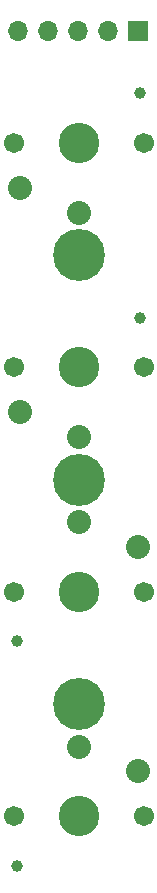
<source format=gts>
G04 #@! TF.GenerationSoftware,KiCad,Pcbnew,7.0.2*
G04 #@! TF.CreationDate,2023-05-08T17:21:18+01:00*
G04 #@! TF.ProjectId,heron,6865726f-6e2e-46b6-9963-61645f706362,rev?*
G04 #@! TF.SameCoordinates,Original*
G04 #@! TF.FileFunction,Soldermask,Top*
G04 #@! TF.FilePolarity,Negative*
%FSLAX46Y46*%
G04 Gerber Fmt 4.6, Leading zero omitted, Abs format (unit mm)*
G04 Created by KiCad (PCBNEW 7.0.2) date 2023-05-08 17:21:18*
%MOMM*%
%LPD*%
G01*
G04 APERTURE LIST*
%ADD10R,1.700000X1.700000*%
%ADD11O,1.700000X1.700000*%
%ADD12C,3.429000*%
%ADD13C,2.032000*%
%ADD14C,0.990600*%
%ADD15C,1.701800*%
%ADD16C,4.400000*%
G04 APERTURE END LIST*
D10*
G04 #@! TO.C,J1*
X162500000Y-30500000D03*
D11*
X159960000Y-30500000D03*
X157420000Y-30500000D03*
X154880000Y-30500000D03*
X152340000Y-30500000D03*
G04 #@! TD*
D12*
G04 #@! TO.C,SW1*
X157500000Y-40000000D03*
D13*
X152500000Y-43800000D03*
X157500000Y-45900000D03*
D14*
X162720000Y-35800000D03*
D15*
X163000000Y-40000000D03*
X152000000Y-40000000D03*
G04 #@! TD*
D16*
G04 #@! TO.C,H3*
X157500000Y-87500000D03*
G04 #@! TD*
G04 #@! TO.C,H2*
X157500000Y-68500000D03*
G04 #@! TD*
G04 #@! TO.C,H1*
X157500000Y-49500000D03*
G04 #@! TD*
D12*
G04 #@! TO.C,SW4*
X157500000Y-97000000D03*
D13*
X162500000Y-93200000D03*
X157500000Y-91100000D03*
D14*
X152280000Y-101200000D03*
D15*
X152000000Y-97000000D03*
X163000000Y-97000000D03*
G04 #@! TD*
D12*
G04 #@! TO.C,SW3*
X157500000Y-78000000D03*
D13*
X162500000Y-74200000D03*
X157500000Y-72100000D03*
D14*
X152280000Y-82200000D03*
D15*
X152000000Y-78000000D03*
X163000000Y-78000000D03*
G04 #@! TD*
D12*
G04 #@! TO.C,SW2*
X157500000Y-59000000D03*
D13*
X152500000Y-62800000D03*
X157500000Y-64900000D03*
D14*
X162720000Y-54800000D03*
D15*
X163000000Y-59000000D03*
X152000000Y-59000000D03*
G04 #@! TD*
M02*

</source>
